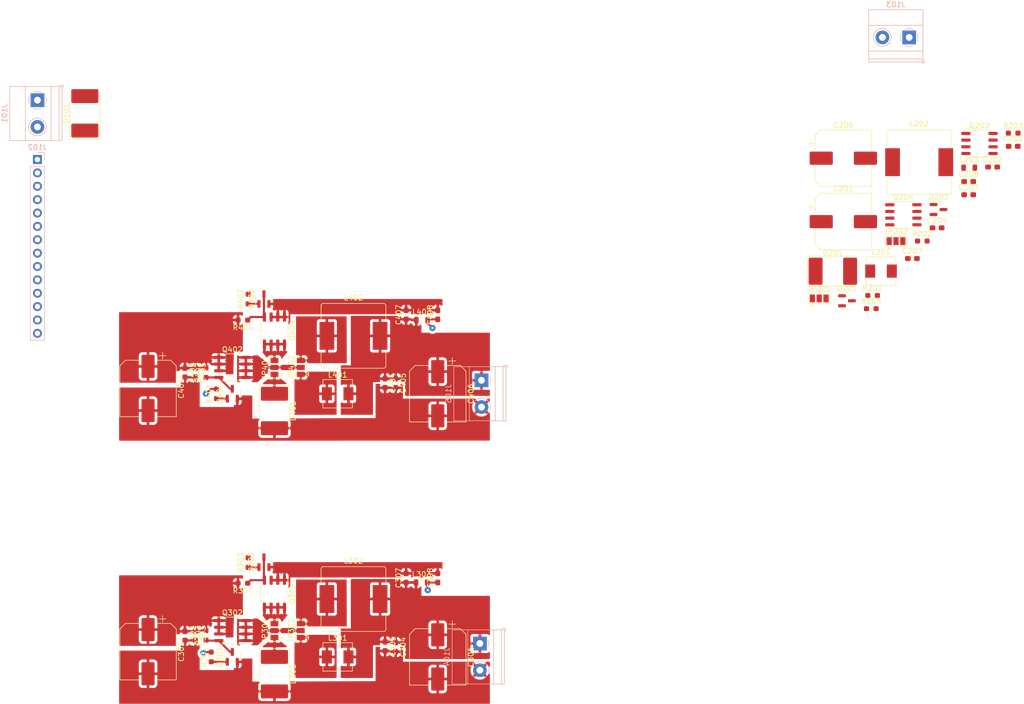
<source format=kicad_pcb>
(kicad_pcb (version 20211014) (generator pcbnew)
  (layers (0 "F.Cu" signal) (31 "B.Cu" signal) (34 "B.Paste" user) (35 "F.Paste" user) (36 "B.SilkS" user "B.Silkscreen") (37 "F.SilkS" user "F.Silkscreen") (38 "B.Mask" user) (39 "F.Mask" user) (44 "Edge.Cuts" user))
  (net 0 "")
  (net 1 "+5V")
  (net 2 "GND")
  (net 3 "/buck0_out")
  (net 4 "/buck0_fb")
  (net 5 "/buck1_out")
  (net 6 "/buck1_fb")
  (net 7 "/buck2_out")
  (net 8 "/buck2_fb")
  (net 9 "/sync_buck/vsw_d")
  (net 10 "/sync_buck1/vsw_d")
  (net 11 "/sync_buck2/vsw_d")
  (net 12 "/buck0_sw0")
  (net 13 "/buck0_sw1")
  (net 14 "/buck1_sw0")
  (net 15 "/buck1_sw1")
  (net 16 "/buck2_sw0")
  (net 17 "/buck2_sw1")
  (net 20 "/sync_buck/vsw_fet")
  (net 21 "/sync_buck/vsw")
  (net 22 "/sync_buck/vsw_lbig")
  (net 23 "/sync_buck/vsw_lsmall")
  (net 24 "/sync_buck1/vsw_fet")
  (net 25 "/sync_buck1/vsw")
  (net 26 "/sync_buck1/vsw_lbig")
  (net 27 "/sync_buck1/vsw_lsmall")
  (net 28 "/sync_buck2/vsw_fet")
  (net 29 "/sync_buck2/vsw")
  (net 30 "/sync_buck2/vsw_lbig")
  (net 31 "/sync_buck2/vsw_lsmall")
  (net 32 "/sync_buck/swr0")
  (net 33 "/sync_buck/sw1_gate")
  (net 34 "/sync_buck/swr1")
  (net 35 "/sync_buck1/swr0")
  (net 36 "/sync_buck1/sw1_gate")
  (net 37 "/sync_buck1/swr1")
  (net 38 "/sync_buck2/swr0")
  (net 39 "/sync_buck2/sw1_gate")
  (net 40 "/sync_buck2/swr1")
  (net 41 "/sync_buck/sw0_gate")
  (net 42 "/sync_buck1/sw0_gate")
  (net 43 "/sync_buck2/sw0_gate")
  (footprint "Package_TO_SOT_SMD:SOT-23" (layer "F.Cu") (at 118 67 90)
    (fp_text reference "Q403" (at 0 -2.4 90) (layer "F.SilkS"))
    (fp_text value "KST5551MTF")
    (pad "1" smd roundrect locked (at -0.9375 -0.95 90) (size 1.475 0.6) (layers "F.Cu" "F.Paste" "F.Mask") (net 40 "/sync_buck2/swr1"))
    (pad "2" smd roundrect locked (at -0.9375 0.95 90) (size 1.475 0.6) (layers "F.Cu" "F.Paste" "F.Mask") (net 2 "GND"))
    (pad "3" smd roundrect locked (at 0.9375 0 90) (size 1.475 0.6) (layers "F.Cu" "F.Paste" "F.Mask") (net 39 "/sync_buck2/sw1_gate"))
  )
  (footprint "Capacitor_SMD:C_0603_1608Metric_Pad1.08x0.95mm_HandSolder" (layer "F.Cu") (at 103 131 -90)
    (fp_text reference "C302" (at 0 -1.43 90) (layer "F.SilkS"))
    (fp_text value "22u")
    (pad "1" smd roundrect locked (at -0.8625 0 270) (size 1.075 0.95) (layers "F.Cu" "F.Paste" "F.Mask") (net 1 "+5V"))
    (pad "2" smd roundrect locked (at 0.8625 0 270) (size 1.075 0.95) (layers "F.Cu" "F.Paste" "F.Mask") (net 2 "GND"))
  )
  (footprint "Inductor_SMD:L_0805_2012Metric" (layer "F.Cu") (at 147.9375 120.8625)
    (fp_text reference "L303" (at 0 -1.55) (layer "F.SilkS"))
    (fp_text value "10u")
    (pad "1" smd roundrect locked (at -1.0625 0) (size 0.875 1.2) (layers "F.Cu" "F.Paste" "F.Mask") (net 5 "/buck1_out"))
    (pad "2" smd roundrect locked (at 1.0625 0) (size 0.875 1.2) (layers "F.Cu" "F.Paste" "F.Mask") (net 6 "/buck1_fb"))
  )
  (footprint "Resistor_SMD:R_0603_1608Metric_Pad0.98x0.95mm_HandSolder" (layer "F.Cu") (at 115 67 90)
    (fp_text reference "R402" (at 0 -1.43 90) (layer "F.SilkS"))
    (fp_text value "1k")
    (pad "1" smd roundrect locked (at -0.9125 0 90) (size 0.975 0.95) (layers "F.Cu" "F.Paste" "F.Mask") (net 40 "/sync_buck2/swr1"))
    (pad "2" smd roundrect locked (at 0.9125 0 90) (size 0.975 0.95) (layers "F.Cu" "F.Paste" "F.Mask") (net 17 "/buck2_sw1"))
  )
  (footprint "Capacitor_SMD:C_0603_1608Metric_Pad1.08x0.95mm_HandSolder" (layer "F.Cu") (at 143 83 -90)
    (fp_text reference "C405" (at 0 -1.43 90) (layer "F.SilkS"))
    (fp_text value "22u")
    (pad "1" smd roundrect locked (at -0.8625 0 270) (size 1.075 0.95) (layers "F.Cu" "F.Paste" "F.Mask") (net 7 "/buck2_out"))
    (pad "2" smd roundrect locked (at 0.8625 0 270) (size 1.075 0.95) (layers "F.Cu" "F.Paste" "F.Mask") (net 2 "GND"))
  )
  (footprint "Capacitor_SMD:C_0603_1608Metric_Pad1.08x0.95mm_HandSolder" (layer "F.Cu") (at 145 120 90)
    (fp_text reference "C307" (at 0 -1.43 90) (layer "F.SilkS"))
    (fp_text value "1u")
    (pad "1" smd roundrect locked (at -0.8625 0 90) (size 1.075 0.95) (layers "F.Cu" "F.Paste" "F.Mask") (net 5 "/buck1_out"))
    (pad "2" smd roundrect locked (at 0.8625 0 90) (size 1.075 0.95) (layers "F.Cu" "F.Paste" "F.Mask") (net 2 "GND"))
  )
  (footprint "Capacitor_SMD:CP_Elec_10x10.5" (layer "F.Cu") (at 96 134 -90)
    (fp_text reference "C301" (at 0 -6.3 90) (layer "F.SilkS"))
    (fp_text value "470u")
    (pad "1" smd roundrect locked (at -4.2 0 270) (size 4.4 2.5) (layers "F.Cu" "F.Paste" "F.Mask") (roundrect_rratio 0.1) (net 1 "+5V"))
    (pad "2" smd roundrect locked (at 4.2 0 270) (size 4.4 2.5) (layers "F.Cu" "F.Paste" "F.Mask") (roundrect_rratio 0.1) (net 2 "GND"))
  )
  (footprint "Inductor_SMD:L_Sunlord_MWSA0518_5.4x5.2mm" (layer "F.Cu") (at 235.16 61.7)
    (fp_text reference "L201" (at 0 -3.6) (layer "F.SilkS"))
    (fp_text value "1u5")
    (pad "1" smd rect locked (at -2.05 0) (size 1.9 2.5) (layers "F.Cu" "F.Paste" "F.Mask") (net 23 "/sync_buck/vsw_lsmall"))
    (pad "2" smd rect locked (at 2.05 0) (size 1.9 2.5) (layers "F.Cu" "F.Paste" "F.Mask") (net 3 "/buck0_out"))
  )
  (footprint "Resistor_SMD:R_0603_1608Metric_Pad0.98x0.95mm_HandSolder" (layer "F.Cu") (at 109 85 90)
    (fp_text reference "R401" (at 0 -1.43 90) (layer "F.SilkS"))
    (fp_text value "1k")
    (pad "1" smd roundrect locked (at -0.9125 0 90) (size 0.975 0.95) (layers "F.Cu" "F.Paste" "F.Mask") (net 38 "/sync_buck2/swr0"))
    (pad "2" smd roundrect locked (at 0.9125 0 90) (size 0.975 0.95) (layers "F.Cu" "F.Paste" "F.Mask") (net 16 "/buck2_sw0"))
  )
  (footprint "Package_TO_SOT_SMD:SOT-23" (layer "F.Cu") (at 112 135 90)
    (fp_text reference "Q301" (at 0 -2.4 90) (layer "F.SilkS"))
    (fp_text value "KST5551MTF")
    (pad "1" smd roundrect locked (at -0.9375 -0.95 90) (size 1.475 0.6) (layers "F.Cu" "F.Paste" "F.Mask") (net 35 "/sync_buck1/swr0"))
    (pad "2" smd roundrect locked (at -0.9375 0.95 90) (size 1.475 0.6) (layers "F.Cu" "F.Paste" "F.Mask") (net 2 "GND"))
    (pad "3" smd roundrect locked (at 0.9375 0 90) (size 1.475 0.6) (layers "F.Cu" "F.Paste" "F.Mask") (net 42 "/sync_buck1/sw0_gate"))
  )
  (footprint "Capacitor_SMD:C_0603_1608Metric_Pad1.08x0.95mm_HandSolder" (layer "F.Cu") (at 260.25 37.99)
    (fp_text reference "C205" (at 0 -1.43) (layer "F.SilkS"))
    (fp_text value "22u")
    (pad "1" smd roundrect locked (at -0.8625 0) (size 1.075 0.95) (layers "F.Cu" "F.Paste" "F.Mask") (net 3 "/buck0_out"))
    (pad "2" smd roundrect locked (at 0.8625 0) (size 1.075 0.95) (layers "F.Cu" "F.Paste" "F.Mask") (net 2 "GND"))
  )
  (footprint "Resistor_SMD:R_0603_1608Metric_Pad0.98x0.95mm_HandSolder" (layer "F.Cu") (at 114 71 180)
    (fp_text reference "R404" (at 0 -1.43) (layer "F.SilkS"))
    (fp_text value "10")
    (pad "1" smd roundrect locked (at -0.9125 0 180) (size 0.975 0.95) (layers "F.Cu" "F.Paste" "F.Mask") (net 39 "/sync_buck2/sw1_gate"))
    (pad "2" smd roundrect locked (at 0.9125 0 180) (size 0.975 0.95) (layers "F.Cu" "F.Paste" "F.Mask") (net 1 "+5V"))
  )
  (footprint "Jumper:SolderJumper-3_P1.3mm_Open_Pad1.0x1.5mm" (layer "F.Cu") (at 120 130 90)
    (fp_text reference "JP301" (at 0 -1.8 90) (layer "F.SilkS"))
    (fp_text value "SolderJumper_3_Open")
    (pad "1" smd rect locked (at -1.3 0 90) (size 1 1.5) (layers "F.Cu" "F.Mask") (net 10 "/sync_buck1/vsw_d"))
    (pad "2" smd rect locked (at 0 0 90) (size 1 1.5) (layers "F.Cu" "F.Mask") (net 25 "/sync_buck1/vsw"))
    (pad "3" smd rect locked (at 1.3 0 90) (size 1 1.5) (layers "F.Cu" "F.Mask") (net 24 "/sync_buck1/vsw_fet"))
  )
  (footprint "Capacitor_SMD:CP_Elec_10x10.5" (layer "F.Cu") (at 228.005 40.25)
    (fp_text reference "C206" (at 0 -6.3) (layer "F.SilkS"))
    (fp_text value "470u")
    (pad "1" smd roundrect locked (at -4.2 0) (size 4.4 2.5) (layers "F.Cu" "F.Paste" "F.Mask") (roundrect_rratio 0.1) (net 3 "/buck0_out"))
    (pad "2" smd roundrect locked (at 4.2 0) (size 4.4 2.5) (layers "F.Cu" "F.Paste" "F.Mask") (roundrect_rratio 0.1) (net 2 "GND"))
  )
  (footprint "Package_TO_SOT_SMD:SOT-23" (layer "F.Cu") (at 118 117 90)
    (fp_text reference "Q303" (at 0 -2.4 90) (layer "F.SilkS"))
    (fp_text value "KST5551MTF")
    (pad "1" smd roundrect locked (at -0.9375 -0.95 90) (size 1.475 0.6) (layers "F.Cu" "F.Paste" "F.Mask") (net 37 "/sync_buck1/swr1"))
    (pad "2" smd roundrect locked (at -0.9375 0.95 90) (size 1.475 0.6) (layers "F.Cu" "F.Paste" "F.Mask") (net 2 "GND"))
    (pad "3" smd roundrect locked (at 0.9375 0 90) (size 1.475 0.6) (layers "F.Cu" "F.Paste" "F.Mask") (net 36 "/sync_buck1/sw1_gate"))
  )
  (footprint "Resistor_SMD:R_0603_1608Metric_Pad0.98x0.95mm_HandSolder" (layer "F.Cu") (at 107 81 90)
    (fp_text reference "R403" (at 0 -1.43 90) (layer "F.SilkS"))
    (fp_text value "10")
    (pad "1" smd roundrect locked (at -0.9125 0 90) (size 0.975 0.95) (layers "F.Cu" "F.Paste" "F.Mask") (net 43 "/sync_buck2/sw0_gate"))
    (pad "2" smd roundrect locked (at 0.9125 0 90) (size 0.975 0.95) (layers "F.Cu" "F.Paste" "F.Mask") (net 1 "+5V"))
  )
  (footprint "Jumper:SolderJumper-3_P1.3mm_Open_Pad1.0x1.5mm" (layer "F.Cu") (at 120 80 90)
    (fp_text reference "JP401" (at 0 -1.8 90) (layer "F.SilkS"))
    (fp_text value "SolderJumper_3_Open")
    (pad "1" smd rect locked (at -1.3 0 90) (size 1 1.5) (layers "F.Cu" "F.Mask") (net 11 "/sync_buck2/vsw_d"))
    (pad "2" smd rect locked (at 0 0 90) (size 1 1.5) (layers "F.Cu" "F.Mask") (net 29 "/sync_buck2/vsw"))
    (pad "3" smd rect locked (at 1.3 0 90) (size 1 1.5) (layers "F.Cu" "F.Mask") (net 28 "/sync_buck2/vsw_fet"))
  )
  (footprint "Package_SO:SO-8_3.9x4.9mm_P1.27mm" (layer "F.Cu") (at 120 73 -90)
    (fp_text reference "Q404" (at 0 -3.4 90) (layer "F.SilkS"))
    (fp_text value "FSD4435")
    (pad "1" smd roundrect locked (at -2.575 -1.905 270) (size 1.75 0.6) (layers "F.Cu" "F.Paste" "F.Mask") (net 2 "GND"))
    (pad "2" smd roundrect locked (at -2.575 -0.635 270) (size 1.75 0.6) (layers "F.Cu" "F.Paste" "F.Mask") (net 2 "GND"))
    (pad "3" smd roundrect locked (at -2.575 0.635 270) (size 1.75 0.6) (layers "F.Cu" "F.Paste" "F.Mask") (net 2 "GND"))
    (pad "4" smd roundrect locked (at -2.575 1.905 270) (size 1.75 0.6) (layers "F.Cu" "F.Paste" "F.Mask") (net 39 "/sync_buck2/sw1_gate"))
    (pad "5" smd roundrect locked (at 2.575 1.905 270) (size 1.75 0.6) (layers "F.Cu" "F.Paste" "F.Mask") (net 28 "/sync_buck2/vsw_fet"))
    (pad "6" smd roundrect locked (at 2.575 0.635 270) (size 1.75 0.6) (layers "F.Cu" "F.Paste" "F.Mask") (net 28 "/sync_buck2/vsw_fet"))
    (pad "7" smd roundrect locked (at 2.575 -0.635 270) (size 1.75 0.6) (layers "F.Cu" "F.Paste" "F.Mask") (net 28 "/sync_buck2/vsw_fet"))
    (pad "8" smd roundrect locked (at 2.575 -1.905 270) (size 1.75 0.6) (layers "F.Cu" "F.Paste" "F.Mask") (net 28 "/sync_buck2/vsw_fet"))
  )
  (footprint "Jumper:SolderJumper-3_P1.3mm_Open_Pad1.0x1.5mm" (layer "F.Cu") (at 125 130 90)
    (fp_text reference "JP302" (at 0 -1.8 90) (layer "F.SilkS"))
    (fp_text value "SolderJumper_3_Open")
    (pad "1" smd rect locked (at -1.3 0 90) (size 1 1.5) (layers "F.Cu" "F.Mask") (net 27 "/sync_buck1/vsw_lsmall"))
    (pad "2" smd rect locked (at 0 0 90) (size 1 1.5) (layers "F.Cu" "F.Mask") (net 25 "/sync_buck1/vsw"))
    (pad "3" smd rect locked (at 1.3 0 90) (size 1 1.5) (layers "F.Cu" "F.Mask") (net 26 "/sync_buck1/vsw_lbig"))
  )
  (footprint "Package_SO:SO-8_3.9x4.9mm_P1.27mm" (layer "F.Cu") (at 120 123 -90)
    (fp_text reference "Q304" (at 0 -3.4 90) (layer "F.SilkS"))
    (fp_text value "FSD4435")
    (pad "1" smd roundrect locked (at -2.575 -1.905 270) (size 1.75 0.6) (layers "F.Cu" "F.Paste" "F.Mask") (net 2 "GND"))
    (pad "2" smd roundrect locked (at -2.575 -0.635 270) (size 1.75 0.6) (layers "F.Cu" "F.Paste" "F.Mask") (net 2 "GND"))
    (pad "3" smd roundrect locked (at -2.575 0.635 270) (size 1.75 0.6) (layers "F.Cu" "F.Paste" "F.Mask") (net 2 "GND"))
    (pad "4" smd roundrect locked (at -2.575 1.905 270) (size 1.75 0.6) (layers "F.Cu" "F.Paste" "F.Mask") (net 36 "/sync_buck1/sw1_gate"))
    (pad "5" smd roundrect locked (at 2.575 1.905 270) (size 1.75 0.6) (layers "F.Cu" "F.Paste" "F.Mask") (net 24 "/sync_buck1/vsw_fet"))
    (pad "6" smd roundrect locked (at 2.575 0.635 270) (size 1.75 0.6) (layers "F.Cu" "F.Paste" "F.Mask") (net 24 "/sync_buck1/vsw_fet"))
    (pad "7" smd roundrect locked (at 2.575 -0.635 270) (size 1.75 0.6) (layers "F.Cu" "F.Paste" "F.Mask") (net 24 "/sync_buck1/vsw_fet"))
    (pad "8" smd roundrect locked (at 2.575 -1.905 270) (size 1.75 0.6) (layers "F.Cu" "F.Paste" "F.Mask") (net 24 "/sync_buck1/vsw_fet"))
  )
  (footprint "Capacitor_SMD:C_0603_1608Metric_Pad1.08x0.95mm_HandSolder" (layer "F.Cu") (at 141 83 -90)
    (fp_text reference "C404" (at 0 -1.43 90) (layer "F.SilkS"))
    (fp_text value "22u")
    (pad "1" smd roundrect locked (at -0.8625 0 270) (size 1.075 0.95) (layers "F.Cu" "F.Paste" "F.Mask") (net 7 "/buck2_out"))
    (pad "2" smd roundrect locked (at 0.8625 0 270) (size 1.075 0.95) (layers "F.Cu" "F.Paste" "F.Mask") (net 2 "GND"))
  )
  (footprint "Resistor_SMD:R_0603_1608Metric_Pad0.98x0.95mm_HandSolder" (layer "F.Cu") (at 114 121 180)
    (fp_text reference "R304" (at 0 -1.43) (layer "F.SilkS"))
    (fp_text value "10")
    (pad "1" smd roundrect locked (at -0.9125 0 180) (size 0.975 0.95) (layers "F.Cu" "F.Paste" "F.Mask") (net 36 "/sync_buck1/sw1_gate"))
    (pad "2" smd roundrect locked (at 0.9125 0 180) (size 0.975 0.95) (layers "F.Cu" "F.Paste" "F.Mask") (net 1 "+5V"))
  )
  (footprint "Inductor_SMD:L_0805_2012Metric" (layer "F.Cu") (at 251.9 42.05)
    (fp_text reference "L203" (at 0 -1.55) (layer "F.SilkS"))
    (fp_text value "10u")
    (pad "1" smd roundrect locked (at -1.0625 0) (size 0.875 1.2) (layers "F.Cu" "F.Paste" "F.Mask") (net 3 "/buck0_out"))
    (pad "2" smd roundrect locked (at 1.0625 0) (size 0.875 1.2) (layers "F.Cu" "F.Paste" "F.Mask") (net 4 "/buck0_fb"))
  )
  (footprint "Resistor_SMD:R_0603_1608Metric_Pad0.98x0.95mm_HandSolder" (layer "F.Cu") (at 260.25 35.48)
    (fp_text reference "R203" (at 0 -1.43) (layer "F.SilkS"))
    (fp_text value "10")
    (pad "1" smd roundrect locked (at -0.9125 0) (size 0.975 0.95) (layers "F.Cu" "F.Paste" "F.Mask") (net 41 "/sync_buck/sw0_gate"))
    (pad "2" smd roundrect locked (at 0.9125 0) (size 0.975 0.95) (layers "F.Cu" "F.Paste" "F.Mask") (net 1 "+5V"))
  )
  (footprint "Package_SO:SO-8_3.9x4.9mm_P1.27mm" (layer "F.Cu") (at 112 130)
    (fp_text reference "Q302" (at 0 -3.4) (layer "F.SilkS"))
    (fp_text value "FSD4435")
    (pad "1" smd roundrect locked (at -2.575 -1.905) (size 1.75 0.6) (layers "F.Cu" "F.Paste" "F.Mask") (net 1 "+5V"))
    (pad "2" smd roundrect locked (at -2.575 -0.635) (size 1.75 0.6) (layers "F.Cu" "F.Paste" "F.Mask") (net 1 "+5V"))
    (pad "3" smd roundrect locked (at -2.575 0.635) (size 1.75 0.6) (layers "F.Cu" "F.Paste" "F.Mask") (net 1 "+5V"))
    (pad "4" smd roundrect locked (at -2.575 1.905) (size 1.75 0.6) (layers "F.Cu" "F.Paste" "F.Mask") (net 42 "/sync_buck1/sw0_gate"))
    (pad "5" smd roundrect locked (at 2.575 1.905) (size 1.75 0.6) (layers "F.Cu" "F.Paste" "F.Mask") (net 25 "/sync_buck1/vsw"))
    (pad "6" smd roundrect locked (at 2.575 0.635) (size 1.75 0.6) (layers "F.Cu" "F.Paste" "F.Mask") (net 25 "/sync_buck1/vsw"))
    (pad "7" smd roundrect locked (at 2.575 -0.635) (size 1.75 0.6) (layers "F.Cu" "F.Paste" "F.Mask") (net 25 "/sync_buck1/vsw"))
    (pad "8" smd roundrect locked (at 2.575 -1.905) (size 1.75 0.6) (layers "F.Cu" "F.Paste" "F.Mask") (net 25 "/sync_buck1/vsw"))
  )
  (footprint "Diode_SMD:D_3220_8050Metric_Pad2.65x5.15mm_HandSolder" (layer "F.Cu") (at 120 138.275 -90)
    (fp_text reference "D301" (at 0 -3.52 90) (layer "F.SilkS"))
    (fp_text value "PJON GGE")
    (pad "1" smd roundrect locked (at -3.275 0 270) (size 2.65 5.15) (layers "F.Cu" "F.Paste" "F.Mask") (roundrect_rratio 0.09434) (net 10 "/sync_buck1/vsw_d"))
    (pad "2" smd roundrect locked (at 3.275 0 270) (size 2.65 5.15) (layers "F.Cu" "F.Paste" "F.Mask") (roundrect_rratio 0.09434) (net 2 "GND"))
  )
  (footprint "Inductor_SMD:L_Bourns_SRR1210A" (layer "F.Cu") (at 135 124)
    (fp_text reference "L302" (at 0 -7.25) (layer "F.SilkS"))
    (fp_text value "10u")
    (pad "1" smd rect locked (at -5.05 0) (size 2.8 5.3) (layers "F.Cu" "F.Paste" "F.Mask") (net 26 "/sync_buck1/vsw_lbig"))
    (pad "2" smd rect locked (at 5.05 0) (size 2.8 5.3) (layers "F.Cu" "F.Paste" "F.Mask") (net 5 "/buck1_out"))
  )
  (footprint "Capacitor_SMD:C_0603_1608Metric_Pad1.08x0.95mm_HandSolder" (layer "F.Cu") (at 245.8 53.48)
    (fp_text reference "C204" (at 0 -1.43) (layer "F.SilkS"))
    (fp_text value "22u")
    (pad "1" smd roundrect locked (at -0.8625 0) (size 1.075 0.95) (layers "F.Cu" "F.Paste" "F.Mask") (net 3 "/buck0_out"))
    (pad "2" smd roundrect locked (at 0.8625 0) (size 1.075 0.95) (layers "F.Cu" "F.Paste" "F.Mask") (net 2 "GND"))
  )
  (footprint "Capacitor_SMD:C_0603_1608Metric_Pad1.08x0.95mm_HandSolder" (layer "F.Cu") (at 251.8 47.19)
    (fp_text reference "C203" (at 0 -1.43) (layer "F.SilkS"))
    (fp_text value "22u")
    (pad "1" smd roundrect locked (at -0.8625 0) (size 1.075 0.95) (layers "F.Cu" "F.Paste" "F.Mask") (net 1 "+5V"))
    (pad "2" smd roundrect locked (at 0.8625 0) (size 1.075 0.95) (layers "F.Cu" "F.Paste" "F.Mask") (net 2 "GND"))
  )
  (footprint "Jumper:SolderJumper-3_P1.3mm_Open_Pad1.0x1.5mm" (layer "F.Cu") (at 238 56)
    (fp_text reference "JP202" (at 0 -1.8) (layer "F.SilkS"))
    (fp_text value "SolderJumper_3_Open")
    (pad "1" smd rect locked (at -1.3 0) (size 1 1.5) (layers "F.Cu" "F.Mask") (net 23 "/sync_buck/vsw_lsmall"))
    (pad "2" smd rect locked (at 0 0) (size 1 1.5) (layers "F.Cu" "F.Mask") (net 21 "/sync_buck/vsw"))
    (pad "3" smd rect locked (at 1.3 0) (size 1 1.5) (layers "F.Cu" "F.Mask") (net 22 "/sync_buck/vsw_lbig"))
  )
  (footprint "Package_SO:SO-8_3.9x4.9mm_P1.27mm" (layer "F.Cu") (at 112 80)
    (fp_text reference "Q402" (at 0 -3.4) (layer "F.SilkS"))
    (fp_text value "FSD4435")
    (pad "1" smd roundrect locked (at -2.575 -1.905) (size 1.75 0.6) (layers "F.Cu" "F.Paste" "F.Mask") (net 1 "+5V"))
    (pad "2" smd roundrect locked (at -2.575 -0.635) (size 1.75 0.6) (layers "F.Cu" "F.Paste" "F.Mask") (net 1 "+5V"))
    (pad "3" smd roundrect locked (at -2.575 0.635) (size 1.75 0.6) (layers "F.Cu" "F.Paste" "F.Mask") (net 1 "+5V"))
    (pad "4" smd roundrect locked (at -2.575 1.905) (size 1.75 0.6) (layers "F.Cu" "F.Paste" "F.Mask") (net 43 "/sync_buck2/sw0_gate"))
    (pad "5" smd roundrect locked (at 2.575 1.905) (size 1.75 0.6) (layers "F.Cu" "F.Paste" "F.Mask") (net 29 "/sync_buck2/vsw"))
    (pad "6" smd roundrect locked (at 2.575 0.635) (size 1.75 0.6) (layers "F.Cu" "F.Paste" "F.Mask") (net 29 "/sync_buck2/vsw"))
    (pad "7" smd roundrect locked (at 2.575 -0.635) (size 1.75 0.6) (layers "F.Cu" "F.Paste" "F.Mask") (net 29 "/sync_buck2/vsw"))
    (pad "8" smd roundrect locked (at 2.575 -1.905) (size 1.75 0.6) (layers "F.Cu" "F.Paste" "F.Mask") (net 29 "/sync_buck2/vsw"))
  )
  (footprint "Jumper:SolderJumper-3_P1.3mm_Open_Pad1.0x1.5mm" (layer "F.Cu") (at 125 80 90)
    (fp_text reference "JP402" (at 0 -1.8 90) (layer "F.SilkS"))
    (fp_text value "SolderJumper_3_Open")
    (pad "1" smd rect locked (at -1.3 0 90) (size 1 1.5) (layers "F.Cu" "F.Mask") (net 31 "/sync_buck2/vsw_lsmall"))
    (pad "2" smd rect locked (at 0 0 90) (size 1 1.5) (layers "F.Cu" "F.Mask") (net 29 "/sync_buck2/vsw"))
    (pad "3" smd rect locked (at 1.3 0 90) (size 1 1.5) (layers "F.Cu" "F.Mask") (net 30 "/sync_buck2/vsw_lbig"))
  )
  (footprint "Capacitor_SMD:C_0603_1608Metric_Pad1.08x0.95mm_HandSolder" (layer "F.Cu") (at 143 133.1375 -90)
    (fp_text reference "C304" (at 0 -1.43 90) (layer "F.SilkS"))
    (fp_text value "22u")
    (pad "1" smd roundrect locked (at -0.8625 0 270) (size 1.075 0.95) (layers "F.Cu" "F.Paste" "F.Mask") (net 5 "/buck1_out"))
    (pad "2" smd roundrect locked (at 0.8625 0 270) (size 1.075 0.95) (layers "F.Cu" "F.Paste" "F.Mask") (net 2 "GND"))
  )
  (footprint "Inductor_SMD:L_0805_2012Metric" (layer "F.Cu") (at 148 71)
    (fp_text reference "L403" (at 0 -1.55) (layer "F.SilkS"))
    (fp_text value "10u")
    (pad "1" smd roundrect locked (at -1.0625 0) (size 0.875 1.2) (layers "F.Cu" "F.Paste" "F.Mask") (net 7 "/buck2_out"))
    (pad "2" smd roundrect locked (at 1.0625 0) (size 0.875 1.2) (layers "F.Cu" "F.Paste" "F.Mask") (net 8 "/buck2_fb"))
  )
  (footprint "Resistor_SMD:R_0603_1608Metric_Pad0.98x0.95mm_HandSolder" (layer "F.Cu") (at 107 130.9125 90)
    (fp_text reference "R303" (at 0 -1.43 90) (layer "F.SilkS"))
    (fp_text value "10")
    (pad "1" smd roundrect locked (at -0.9125 0 90) (size 0.975 0.95) (layers "F.Cu" "F.Paste" "F.Mask") (net 42 "/sync_buck1/sw0_gate"))
    (pad "2" smd roundrect locked (at 0.9125 0 90) (size 0.975 0.95) (layers "F.Cu" "F.Paste" "F.Mask") (net 1 "+5V"))
  )
  (footprint "Package_TO_SOT_SMD:SOT-23" (layer "F.Cu") (at 112 85 90)
    (fp_text reference "Q401" (at 0 -2.4 90) (layer "F.SilkS"))
    (fp_text value "KST5551MTF")
    (pad "1" smd roundrect locked (at -0.9375 -0.95 90) (size 1.475 0.6) (layers "F.Cu" "F.Paste" "F.Mask") (net 38 "/sync_buck2/swr0"))
    (pad "2" smd roundrect locked (at -0.9375 0.95 90) (size 1.475 0.6) (layers "F.Cu" "F.Paste" "F.Mask") (net 2 "GND"))
    (pad "3" smd roundrect locked (at 0.9375 0 90) (size 1.475 0.6) (layers "F.Cu" "F.Paste" "F.Mask") (net 43 "/sync_buck2/sw0_gate"))
  )
  (footprint "Package_SO:SO-8_3.9x4.9mm_P1.27mm" (layer "F.Cu") (at 253.85 37.45)
    (fp_text reference "Q202" (at 0 -3.4) (layer "F.SilkS"))
    (fp_text value "FSD4435")
    (pad "1" smd roundrect locked (at -2.575 -1.905) (size 1.75 0.6) (layers "F.Cu" "F.Paste" "F.Mask") (net 1 "+5V"))
    (pad "2" smd roundrect locked (at -2.575 -0.635) (size 1.75 0.6) (layers "F.Cu" "F.Paste" "F.Mask") (net 1 "+5V"))
    (pad "3" smd roundrect locked (at -2.575 0.635) (size 1.75 0.6) (layers "F.Cu" "F.Paste" "F.Mask") (net 1 "+5V"))
    (pad "4" smd roundrect locked (at -2.575 1.905) (size 1.75 0.6) (layers "F.Cu" "F.Paste" "F.Mask") (net 41 "/sync_buck/sw0_gate"))
    (pad "5" smd roundrect locked (at 2.575 1.905) (size 1.75 0.6) (layers "F.Cu" "F.Paste" "F.Mask") (net 21 "/sync_buck/vsw"))
    (pad "6" smd roundrect locked (at 2.575 0.635) (size 1.75 0.6) (layers "F.Cu" "F.Paste" "F.Mask") (net 21 "/sync_buck/vsw"))
    (pad "7" smd roundrect locked (at 2.575 -0.635) (size 1.75 0.6) (layers "F.Cu" "F.Paste" "F.Mask") (net 21 "/sync_buck/vsw"))
    (pad "8" smd roundrect locked (at 2.575 -1.905) (size 1.75 0.6) (layers "F.Cu" "F.Paste" "F.Mask") (net 21 "/sync_buck/vsw"))
  )
  (footprint "Inductor_SMD:L_Bourns_SRR1210A" (layer "F.Cu") (at 242.4 41)
    (fp_text reference "L202" (at 0 -7.25) (layer "F.SilkS"))
    (fp_text value "10u")
    (pad "1" smd rect locked (at -5.05 0) (size 2.8 5.3) (layers "F.Cu" "F.Paste" "F.Mask") (net 22 "/sync_buck/vsw_lbig"))
    (pad "2" smd rect locked (at 5.05 0) (size 2.8 5.3) (layers "F.Cu" "F.Paste" "F.Mask") (net 3 "/buck0_out"))
  )
  (footprint "Capacitor_SMD:C_0603_1608Metric_Pad1.08x0.95mm_HandSolder" (layer "F.Cu") (at 151 70 90)
    (fp_text reference "C408" (at 0 -1.43 90) (layer "F.SilkS"))
    (fp_text value "1u")
    (pad "1" smd roundrect locked (at -0.8625 0 90) (size 1.075 0.95) (layers "F.Cu" "F.Paste" "F.Mask") (net 8 "/buck2_fb"))
    (pad "2" smd roundrect locked (at 0.8625 0 90) (size 1.075 0.95) (layers "F.Cu" "F.Paste" "F.Mask") (net 2 "GND"))
  )
  (footprint "Diode_SMD:D_3220_8050Metric_Pad2.65x5.15mm_HandSolder" (layer "F.Cu") (at 120 88.275 -90)
    (fp_text reference "D401" (at 0 -3.52 90) (layer "F.SilkS"))
    (fp_text value "PJON GGE")
    (pad "1" smd roundrect locked (at -3.275 0 270) (size 2.65 5.15) (layers "F.Cu" "F.Paste" "F.Mask") (roundrect_rratio 0.09434) (net 11 "/sync_buck2/vsw_d"))
    (pad "2" smd roundrect locked (at 3.275 0 270) (size 2.65 5.15) (layers "F.Cu" "F.Paste" "F.Mask") (roundrect_rratio 0.09434) (net 2 "GND"))
  )
  (footprint "Capacitor_SMD:C_0603_1608Metric_Pad1.08x0.95mm_HandSolder" (layer "F.Cu") (at 103 81 -90)
    (fp_text reference "C402" (at 0 -1.43 90) (layer "F.SilkS"))
    (fp_text value "22u")
    (pad "1" smd roundrect locked (at -0.8625 0 270) (size 1.075 0.95) (layers "F.Cu" "F.Paste" "F.Mask") (net 1 "+5V"))
    (pad "2" smd roundrect locked (at 0.8625 0 270) (size 1.075 0.95) (layers "F.Cu" "F.Paste" "F.Mask") (net 2 "GND"))
  )
  (footprint "Package_SO:SO-8_3.9x4.9mm_P1.27mm" (layer "F.Cu") (at 239.4 51)
    (fp_text reference "Q204" (at 0 -3.4) (layer "F.SilkS"))
    (fp_text value "FSD4435")
    (pad "1" smd roundrect locked (at -2.575 -1.905) (size 1.75 0.6) (layers "F.Cu" "F.Paste" "F.Mask") (net 2 "GND"))
    (pad "2" smd roundrect locked (at -2.575 -0.635) (size 1.75 0.6) (layers "F.Cu" "F.Paste" "F.Mask") (net 2 "GND"))
    (pad "3" smd roundrect locked (at -2.575 0.635) (size 1.75 0.6) (layers "F.Cu" "F.Paste" "F.Mask") (net 2 "GND"))
    (pad "4" smd roundrect locked (at -2.575 1.905) (size 1.75 0.6) (layers "F.Cu" "F.Paste" "F.Mask") (net 33 "/sync_buck/sw1_gate"))
    (pad "5" smd roundrect locked (at 2.575 1.905) (size 1.75 0.6) (layers "F.Cu" "F.Paste" "F.Mask") (net 20 "/sync_buck/vsw_fet"))
    (pad "6" smd roundrect locked (at 2.575 0.635) (size 1.75 0.6) (layers "F.Cu" "F.Paste" "F.Mask") (net 20 "/sync_buck/vsw_fet"))
    (pad "7" smd roundrect locked (at 2.575 -0.635) (size 1.75 0.6) (layers "F.Cu" "F.Paste" "F.Mask") (net 20 "/sync_buck/vsw_fet"))
    (pad "8" smd roundrect locked (at 2.575 -1.905) (size 1.75 0.6) (layers "F.Cu" "F.Paste" "F.Mask") (net 20 "/sync_buck/vsw_fet"))
  )
  (footprint "Capacitor_SMD:CP_Elec_10x10.5" (layer "F.Cu") (at 96 84 -90)
    (fp_text reference "C401" (at 0 -6.3 90) (layer "F.SilkS"))
    (fp_text value "470u")
    (pad "1" smd roundrect locked (at -4.2 0 270) (size 4.4 2.5) (layers "F.Cu" "F.Paste" "F.Mask") (roundrect_rratio 0.1) (net 1 "+5V"))
    (pad "2" smd roundrect locked (at 4.2 0 270) (size 4.4 2.5) (layers "F.Cu" "F.Paste" "F.Mask") (roundrect_rratio 0.1) (net 2 "GND"))
  )
  (footprint "Capacitor_SMD:C_0603_1608Metric_Pad1.08x0.95mm_HandSolder" (layer "F.Cu") (at 251.8 44.68)
    (fp_text reference "C208" (at 0 -1.43) (layer "F.SilkS"))
    (fp_text value "1u")
    (pad "1" smd roundrect locked (at -0.8625 0) (size 1.075 0.95) (layers "F.Cu" "F.Paste" "F.Mask") (net 4 "/buck0_fb"))
    (pad "2" smd roundrect locked (at 0.8625 0) (size 1.075 0.95) (layers "F.Cu" "F.Paste" "F.Mask") (net 2 "GND"))
  )
  (footprint "Diode_SMD:D_3220_8050Metric_Pad2.65x5.15mm_HandSolder" (layer "F.Cu") (at 84 31.725 90)
    (fp_text reference "D101" (at 0 -3.52 90) (layer "F.SilkS"))
    (fp_text value "PJON GGE")
    (pad "1" smd roundrect locked (at -3.275 0 90) (size 2.65 5.15) (layers "F.Cu" "F.Paste" "F.Mask") (roundrect_rratio 0.09434) (net 1 "+5V"))
    (pad "2" smd roundrect locked (at 3.275 0 90) (size 2.65 5.15) (layers "F.Cu" "F.Paste" "F.Mask") (roundrect_rratio 0.09434) (net 2 "GND"))
  )
  (footprint "Capacitor_SMD:C_0603_1608Metric_Pad1.08x0.95mm_HandSolder" (layer "F.Cu") (at 241.11 59.31)
    (fp_text reference "C207" (at 0 -1.43) (layer "F.SilkS"))
    (fp_text value "1u")
    (pad "1" smd roundrect locked (at -0.8625 0) (size 1.075 0.95) (layers "F.Cu" "F.Paste" "F.Mask") (net 3 "/buck0_out"))
    (pad "2" smd roundrect locked (at 0.8625 0) (size 1.075 0.95) (layers "F.Cu" "F.Paste" "F.Mask") (net 2 "GND"))
  )
  (footprint "Capacitor_SMD:C_0603_1608Metric_Pad1.08x0.95mm_HandSolder" (layer "F.Cu") (at 256.35 41.93)
    (fp_text reference "C202" (at 0 -1.43) (layer "F.SilkS"))
    (fp_text value "22u")
    (pad "1" smd roundrect locked (at -0.8625 0) (size 1.075 0.95) (layers "F.Cu" "F.Paste" "F.Mask") (net 1 "+5V"))
    (pad "2" smd roundrect locked (at 0.8625 0) (size 1.075 0.95) (layers "F.Cu" "F.Paste" "F.Mask") (net 2 "GND"))
  )
  (footprint "Capacitor_SMD:C_0603_1608Metric_Pad1.08x0.95mm_HandSolder" (layer "F.Cu") (at 105 131 -90)
    (fp_text reference "C303" (at 0 -1.43 90) (layer "F.SilkS"))
    (fp_text value "22u")
    (pad "1" smd roundrect locked (at -0.8625 0 270) (size 1.075 0.95) (layers "F.Cu" "F.Paste" "F.Mask") (net 1 "+5V"))
    (pad "2" smd roundrect locked (at 0.8625 0 270) (size 1.075 0.95) (layers "F.Cu" "F.Paste" "F.Mask") (net 2 "GND"))
  )
  (footprint "Capacitor_SMD:C_0603_1608Metric_Pad1.08x0.95mm_HandSolder" (layer "F.Cu") (at 105 81 -90)
    (fp_text reference "C403" (at 0 -1.43 90) (layer "F.SilkS"))
    (fp_text value "22u")
    (pad "1" smd roundrect locked (at -0.8625 0 270) (size 1.075 0.95) (layers "F.Cu" "F.Paste" "F.Mask") (net 1 "+5V"))
    (pad "2" smd roundrect locked (at 0.8625 0 270) (size 1.075 0.95) (layers "F.Cu" "F.Paste" "F.Mask") (net 2 "GND"))
  )
  (footprint "Capacitor_SMD:CP_Elec_10x10.5" (layer "F.Cu") (at 151 85 -90)
    (fp_text reference "C406" (at 0 -6.3 90) (layer "F.SilkS"))
    (fp_text value "470u")
    (pad "1" smd roundrect locked (at -4.2 0 270) (size 4.4 2.5) (layers "F.Cu" "F.Paste" "F.Mask") (roundrect_rratio 0.1) (net 7 "/buck2_out"))
    (pad "2" smd roundrect locked (at 4.2 0 270) (size 4.4 2.5) (layers "F.Cu" "F.Paste" "F.Mask") (roundrect_rratio 0.1) (net 2 "GND"))
  )
  (footprint "Capacitor_SMD:C_0603_1608Metric_Pad1.08x0.95mm_HandSolder" (layer "F.Cu") (at 145 70 90)
    (fp_text reference "C407" (at 0 -1.43 90) (layer "F.SilkS"))
    (fp_text value "1u")
    (pad "1" smd roundrect locked (at -0.8625 0 90) (size 1.075 0.95) (layers "F.Cu" "F.Paste" "F.Mask") (net 7 "/buck2_out"))
    (pad "2" smd roundrect locked (at 0.8625 0 90) (size 1.075 0.95) (layers "F.Cu" "F.Paste" "F.Mask") (net 2 "GND"))
  )
  (footprint "Resistor_SMD:R_0603_1608Metric_Pad0.98x0.95mm_HandSolder" (layer "F.Cu") (at 233.56 66.33)
    (fp_text reference "R201" (at 0 -1.43) (layer "F.SilkS"))
    (fp_text value "1k")
    (pad "1" smd roundrect locked (at -0.9125 0) (size 0.975 0.95) (layers "F.Cu" "F.Paste" "F.Mask") (net 32 "/sync_buck/swr0"))
    (pad "2" smd roundrect locked (at 0.9125 0) (size 0.975 0.95) (layers "F.Cu" "F.Paste" "F.Mask") (net 12 "/buck0_sw0"))
  )
  (footprint "Inductor_SMD:L_Bourns_SRR1210A" (layer "F.Cu") (at 135 74)
    (fp_text reference "L402" (at 0 -7.25) (layer "F.SilkS"))
    (fp_text value "10u")
    (pad "1" smd rect locked (at -5.05 0) (size 2.8 5.3) (layers "F.Cu" "F.Paste" "F.Mask") (net 30 "/sync_buck2/vsw_lbig"))
    (pad "2" smd rect locked (at 5.05 0) (size 2.8 5.3) (layers "F.Cu" "F.Paste" "F.Mask") (net 7 "/buck2_out"))
  )
  (footprint "Inductor_SMD:L_Sunlord_MWSA0518_5.4x5.2mm" (layer "F.Cu") (at 132 85)
    (fp_text reference "L401" (at 0 -3.6) (layer "F.SilkS"))
    (fp_text value "1u5")
    (pad "1" smd rect locked (at -2.05 0) (size 1.9 2.5) (layers "F.Cu" "F.Paste" "F.Mask") (net 31 "/sync_buck2/vsw_lsmall"))
    (pad "2" smd rect locked (at 2.05 0) (size 1.9 2.5) (layers "F.Cu" "F.Paste" "F.Mask") (net 7 "/buck2_out"))
  )
  (footprint "Inductor_SMD:L_Sunlord_MWSA0518_5.4x5.2mm" (layer "F.Cu") (at 132 135)
    (fp_text reference "L301" (at 0 -3.6) (layer "F.SilkS"))
    (fp_text value "1u5")
    (pad "1" smd rect locked (at -2.05 0) (size 1.9 2.5) (layers "F.Cu" "F.Paste" "F.Mask") (net 27 "/sync_buck1/vsw_lsmall"))
    (pad "2" smd rect locked (at 2.05 0) (size 1.9 2.5) (layers "F.Cu" "F.Paste" "F.Mask") (net 5 "/buck1_out"))
  )
  (footprint "Capacitor_SMD:C_0603_1608Metric_Pad1.08x0.95mm_HandSolder" (layer "F.Cu") (at 151 120 90)
    (fp_text reference "C308" (at 0 -1.43 90) (layer "F.SilkS"))
    (fp_text value "1u")
    (pad "1" smd roundrect locked (at -0.8625 0 90) (size 1.075 0.95) (layers "F.Cu" "F.Paste" "F.Mask") (net 6 "/buck1_fb"))
    (pad "2" smd roundrect locked (at 0.8625 0 90) (size 1.075 0.95) (layers "F.Cu" "F.Paste" "F.Mask") (net 2 "GND"))
  )
  (footprint "Diode_SMD:D_3220_8050Metric_Pad2.65x5.15mm_HandSolder" (layer "F.Cu") (at 226.015 61.72)
    (fp_text reference "D201" (at 0 -3.52) (layer "F.SilkS"))
    (fp_text value "PJON GGE")
    (pad "1" smd roundrect locked (at -3.275 0) (size 2.65 5.15) (layers "F.Cu" "F.Paste" "F.Mask") (roundrect_rratio 0.09434) (net 9 "/sync_buck/vsw_d"))
    (pad "2" smd roundrect locked (at 3.275 0) (size 2.65 5.15) (layers "F.Cu" "F.Paste" "F.Mask") (roundrect_rratio 0.09434) (net 2 "GND"))
  )
  (footprint "Resistor_SMD:R_0603_1608Metric_Pad0.98x0.95mm_HandSolder" (layer "F.Cu") (at 233.31 68.84)
    (fp_text reference "R204" (at 0 -1.43) (layer "F.SilkS"))
    (fp_text value "10")
    (pad "1" smd roundrect locked (at -0.9125 0) (size 0.975 0.95) (layers "F.Cu" "F.Paste" "F.Mask") (net 33 "/sync_buck/sw1_gate"))
    (pad "2" smd roundrect locked (at 0.9125 0) (size 0.975 0.95) (layers "F.Cu" "F.Paste" "F.Mask") (net 1 "+5V"))
  )
  (footprint "Capacitor_SMD:C_0603_1608Metric_Pad1.08x0.95mm_HandSolder" (layer "F.Cu") (at 141 133 -90)
    (fp_text reference "C305" (at 0 -1.43 90) (layer "F.SilkS"))
    (fp_text value "22u")
    (pad "1" smd roundrect locked (at -0.8625 0 270) (size 1.075 0.95) (layers "F.Cu" "F.Paste" "F.Mask") (net 5 "/buck1_out"))
    (pad "2" smd roundrect locked (at 0.8625 0 270) (size 1.075 0.95) (layers "F.Cu" "F.Paste" "F.Mask") (net 2 "GND"))
  )
  (footprint "Package_TO_SOT_SMD:SOT-23" (layer "F.Cu") (at 228.69 67.34)
    (fp_text reference "Q201" (at 0 -2.4) (layer "F.SilkS"))
    (fp_text value "KST5551MTF")
    (pad "1" smd roundrect locked (at -0.9375 -0.95) (size 1.475 0.6) (layers "F.Cu" "F.Paste" "F.Mask") (net 32 "/sync_buck/swr0"))
    (pad "2" smd roundrect locked (at -0.9375 0.95) (size 1.475 0.6) (layers "F.Cu" "F.Paste" "F.Mask") (net 2 "GND"))
    (pad "3" smd roundrect locked (at 0.9375 0) (size 1.475 0.6) (layers "F.Cu" "F.Paste" "F.Mask") (net 41 "/sync_buck/sw0_gate"))
  )
  (footprint "Resistor_SMD:R_0603_1608Metric_Pad0.98x0.95mm_HandSolder" (layer "F.Cu") (at 243 55.99)
    (fp_text reference "R202" (at 0 -1.43) (layer "F.SilkS"))
    (fp_text value "1k")
    (pad "1" smd roundrect locked (at -0.9125 0) (size 0.975 0.95) (layers "F.Cu" "F.Paste" "F.Mask") (net 34 "/sync_buck/swr1"))
    (pad "2" smd roundrect locked (at 0.9125 0) (size 0.975 0.95) (layers "F.Cu" "F.Paste" "F.Mask") (net 13 "/buck0_sw1"))
  )
  (footprint "Jumper:SolderJumper-3_P1.3mm_Open_Pad1.0x1.5mm" (layer "F.Cu") (at 223.42 66.89)
    (fp_text reference "JP201" (at 0 -1.8) (layer "F.SilkS"))
    (fp_text value "SolderJumper_3_Open")
    (pad "1" smd rect locked (at -1.3 0) (size 1 1.5) (layers "F.Cu" "F.Mask") (net 9 "/sync_buck/vsw_d"))
    (pad "2" smd rect locked (at 0 0) (size 1 1.5) (layers "F.Cu" "F.Mask") (net 21 "/sync_buck/vsw"))
    (pad "3" smd rect locked (at 1.3 0) (size 1 1.5) (layers "F.Cu" "F.Mask") (net 20 "/sync_buck/vsw_fet"))
  )
  (footprint "Package_TO_SOT_SMD:SOT-23" (layer "F.Cu") (at 246.07 50)
    (fp_text reference "Q203" (at 0 -2.4) (layer "F.SilkS"))
    (fp_text value "KST5551MTF")
    (pad "1" smd roundrect locked (at -0.9375 -0.95) (size 1.475 0.6) (layers "F.Cu" "F.Paste" "F.Mask") (net 34 "/sync_buck/swr1"))
    (pad "2" smd roundrect locked (at -0.9375 0.95) (size 1.475 0.6) (layers "F.Cu" "F.Paste" "F.Mask") (net 2 "GND"))
    (pad "3" smd roundrect locked (at 0.9375 0) (size 1.475 0.6) (layers "F.Cu" "F.Paste" "F.Mask") (net 33 "/sync_buck/sw1_gate"))
  )
  (footprint "Resistor_SMD:R_0603_1608Metric_Pad0.98x0.95mm_HandSolder" (layer "F.Cu") (at 115 117.0875 90)
    (fp_text reference "R302" (at 0 -1.43 90) (layer "F.SilkS"))
    (fp_text value "1k")
    (pad "1" smd roundrect locked (at -0.9125 0 90) (size 0.975 0.95) (layers "F.Cu" "F.Paste" "F.Mask") (net 37 "/sync_buck1/swr1"))
    (pad "2" smd roundrect locked (at 0.9125 0 90) (size 0.975 0.95) (layers "F.Cu" "F.Paste" "F.Mask") (net 15 "/buck1_sw1"))
  )
  (footprint "Capacitor_SMD:CP_Elec_10x10.5" (layer "F.Cu") (at 151 135 -90)
    (fp_text reference "C306" (at 0 -6.3 90) (layer "F.SilkS"))
    (fp_text value "470u")
    (pad "1" smd roundrect locked (at -4.2 0 270) (size 4.4 2.5) (layers "F.Cu" "F.Paste" "F.Mask") (roundrect_rratio 0.1) (net 5 "/buck1_out"))
    (pad "2" smd roundrect locked (at 4.2 0 270) (size 4.4 2.5) (layers "F.Cu" "F.Paste" "F.Mask") (roundrect_rratio 0.1) (net 2 "GND"))
  )
  (footprint "Capacitor_SMD:CP_Elec_10x10.5" (layer "F.Cu") (at 228.005 52.3)
    (fp_text reference "C201" (at 0 -6.3) (layer "F.SilkS"))
    (fp_text value "470u")
    (pad "1" smd roundrect locked (at -4.2 0) (size 4.4 2.5) (layers "F.Cu" "F.Paste" "F.Mask") (roundrect_rratio 0.1) (net 1 "+5V"))
    (pad "2" smd roundrect locked (at 4.2 0) (size 4.4 2.5) (layers "F.Cu" "F.Paste" "F.Mask") (roundrect_rratio 0.1) (net 2 "GND"))
  )
  (footprint "Resistor_SMD:R_0603_1608Metric_Pad0.98x0.95mm_HandSolder" (layer "F.Cu") (at 108 135 90)
    (fp_text reference "R301" (at 0 -1.43 90) (layer "F.SilkS"))
    (fp_text value "1k")
    (pad "1" smd roundrect locked (at -0.9125 0 90) (size 0.975 0.95) (layers "F.Cu" "F.Paste" "F.Mask") (net 35 "/sync_buck1/swr0"))
    (pad "2" smd roundrect locked (at 0.9125 0 90) (size 0.975 0.95) (layers "F.Cu" "F.Paste" "F.Mask") (net 14 "/buck1_sw0"))
  )
  (footprint "TerminalBlock_Phoenix:TerminalBlock_Phoenix_MKDS-1,5-2-5.08_1x02_P5.08mm_Horizontal" (layer "B.Cu") (at 75 29.225 -90)
    (fp_text reference "J101" (at 2.54 6.26 90) (layer "B.SilkS") (effects (justify mirror)))
    (fp_text value "Conn_01x02")
    (pad "1" thru_hole rect locked (at 0 0 270) (size 2.6 2.6) (drill 1.3) (layers *.Cu *.Mask) (net 2 "GND"))
    (pad "2" thru_hole circle locked (at 5.08 0 270) (size 2.6 2.6) (drill 1.3) (layers *.Cu *.Mask) (net 1 "+5V"))
  )
  (footprint "TerminalBlock_Phoenix:TerminalBlock_Phoenix_MKDS-1,5-2-5.08_1x02_P5.08mm_Horizontal" (layer "B.Cu") (at 240.505 17.3 180)
    (fp_text reference "J103" (at 2.54 6.26) (layer "B.SilkS") (effects (justify mirror)))
    (fp_text value "Conn_01x02")
    (pad "1" thru_hole rect locked (at 0 0 180) (size 2.6 2.6) (drill 1.3) (layers *.Cu *.Mask) (net 3 "/buck0_out"))
    (pad "2" thru_hole circle locked (at 5.08 0 180) (size 2.6 2.6) (drill 1.3) (layers *.Cu *.Mask) (net 2 "GND"))
  )
  (footprint "TerminalBlock_Phoenix:TerminalBlock_Phoenix_MKDS-1,5-2-5.08_1x02_P5.08mm_Horizontal" (layer "B.Cu") (at 159 132.455 -90)
    (fp_text reference "J104" (at 2.54 6.26 90) (layer "B.SilkS") (effects (justify mirror)))
    (fp_text value "Conn_01x02")
    (pad "1" thru_hole rect locked (at 0 0 270) (size 2.6 2.6) (drill 1.3) (layers *.Cu *.Mask) (net 5 "/buck1_out"))
    (pad "2" thru_hole circle locked (at 5.08 0 270) (size 2.6 2.6) (drill 1.3) (layers *.Cu *.Mask) (net 2 "GND"))
  )
  (footprint "Connector_PinHeader_2.54mm:PinHeader_1x14_P2.54mm_Vertical" (layer "B.Cu") (at 75 40.5 180)
    (fp_text reference "J102" (at 0 2.33) (layer "B.SilkS") (effects (justify mirror)))
    (fp_text value "part_of_pico")
    (pad "1" thru_hole rect locked (at 0 0 180) (size 1.7 1.7) (drill 1) (layers *.Cu *.Mask) (net 12 "/buck0_sw0"))
    (pad "2" thru_hole oval locked (at 0 -2.54 180) (size 1.7 1.7) (drill 1) (layers *.Cu *.Mask) (net 13 "/buck0_sw1"))
    (pad "3" thru_hole oval locked (at 0 -5.08 180) (size 1.7 1.7) (drill 1) (layers *.Cu *.Mask) (net 2 "GND"))
    (pad "4" thru_hole oval locked (at 0 -7.62 180) (size 1.7 1.7) (drill 1) (layers *.Cu *.Mask) (net 14 "/buck1_sw0"))
    (pad "5" thru_hole oval locked (at 0 -10.16 180) (size 1.7 1.7) (drill 1) (layers *.Cu *.Mask) (net 15 "/buck1_sw1"))
    (pad "6" thru_hole oval locked (at 0 -12.7 180) (size 1.7 1.7) (drill 1) (layers *.Cu *.Mask) (net 16 "/buck2_sw0"))
    (pad "7" thru_hole oval locked (at 0 -15.24 180) (size 1.7 1.7) (drill 1) (layers *.Cu *.Mask) (net 17 "/buck2_sw1"))
    (pad "8" thru_hole oval locked (at 0 -17.78 180) (size 1.7 1.7) (drill 1) (layers *.Cu *.Mask) (net 2 "GND"))
    (pad "9" thru_hole oval locked (at 0 -20.32 180) (size 1.7 1.7) (drill 1) (layers *.Cu *.Mask))
    (pad "10" thru_hole oval locked (at 0 -22.86 180) (size 1.7 1.7) (drill 1) (layers *.Cu *.Mask))
    (pad "11" thru_hole oval locked (at 0 -25.4 180) (size 1.7 1.7) (drill 1) (layers *.Cu *.Mask) (net 4 "/buck0_fb"))
    (pad "12" thru_hole oval locked (at 0 -27.94 180) (size 1.7 1.7) (drill 1) (layers *.Cu *.Mask) (net 6 "/buck1_fb"))
    (pad "13" thru_hole oval locked (at 0 -30.48 180) (size 1.7 1.7) (drill 1) (layers *.Cu *.Mask) (net 2 "GND"))
    (pad "14" thru_hole oval locked (at 0 -33.02 180) (size 1.7 1.7) (drill 1) (layers *.Cu *.Mask) (net 8 "/buck2_fb"))
  )
  (footprint "TerminalBlock_Phoenix:TerminalBlock_Phoenix_MKDS-1,5-2-5.08_1x02_P5.08mm_Horizontal" (layer "B.Cu") (at 159.305 82.455 -90)
    (fp_text reference "J105" (at 2.54 6.26 90) (layer "B.SilkS") (effects (justify mirror)))
    (fp_text value "Conn_01x02")
    (pad "1" thru_hole rect locked (at 0 0 270) (size 2.6 2.6) (drill 1.3) (layers *.Cu *.Mask) (net 7 "/buck2_out"))
    (pad "2" thru_hole circle locked (at 5.08 0 270) (size 2.6 2.6) (drill 1.3) (layers *.Cu *.Mask) (net 2 "GND"))
  )
  (segment (start 149 120.8625) (end 151 120.8625) (width 0.4) (layer "F.Cu") (net 6))
  (segment (start 149 120.8625) (end 149 122.2) (width 0.4) (layer "F.Cu") (net 6))
  (segment (start 149 122.2) (end 149.1 122.3) (width 0.4) (layer "F.Cu") (net 6))
  (via (at 149.1 122.3) (size 1.2) (drill 0.4) (layers "F.Cu" "B.Cu") (net 6))
  (segment (start 151 70.8625) (end 149.2 70.8625) (width 0.4) (layer "F.Cu") (net 8))
  (segment (start 149.2 70.8625) (end 149.0625 71) (width 0.4) (layer "F.Cu") (net 8))
  (segment (start 149.0625 71.5625) (end 150 72.5) (width 0.4) (layer "F.Cu") (net 8))
  (segment (start 149.0625 71) (end 149.0625 71.5625) (width 0.4) (layer "F.Cu") (net 8))
  (via (at 150 72.5) (size 1.2) (drill 0.4) (layers "F.Cu" "B.Cu") (net 8))
  (segment (start 106.7125 134.0875) (end 106.5 134.3) (width 0.4) (layer "F.Cu") (net 14))
  (segment (start 108 134.0875) (end 106.7125 134.0875) (width 0.4) (layer "F.Cu") (net 14))
  (via (at 106.5 134.3) (size 1.2) (drill 0.4) (layers "F.Cu" "B.Cu") (net 14))
  (segment (start 109 84.0875) (end 107.9125 84.0875) (width 0.4) (layer "F.Cu") (net 16))
  (segment (start 107.9125 84.0875) (end 107 85) (width 0.4) (layer "F.Cu") (net 16))
  (via (at 107 85) (size 1.2) (drill 0.4) (layers "F.Cu" "B.Cu") (net 16))
  (segment (start 111.05 135.9375) (end 108.025 135.9375) (width 0.4) (layer "F.Cu") (net 35))
  (segment (start 108.025 135.9375) (end 108 135.9125) (width 0.4) (layer "F.Cu") (net 35))
  (segment (start 118 120.33) (end 118 116.0625) (width 0.4) (layer "F.Cu") (net 36))
  (segment (start 115.4875 120.425) (end 114.9125 121) (width 0.4) (layer "F.Cu") (net 36))
  (segment (start 118.095 120.425) (end 118 120.33) (width 0.4) (layer "F.Cu") (net 36))
  (segment (start 118.095 120.425) (end 115.4875 120.425) (width 0.4) (layer "F.Cu") (net 36))
  (segment (start 116.9875 118) (end 117.05 117.9375) (width 0.4) (layer "F.Cu") (net 37))
  (segment (start 115 118) (end 116.9875 118) (width 0.4) (layer "F.Cu") (net 37))
  (segment (start 109 85.9125) (end 111.025 85.9125) (width 0.4) (layer "F.Cu") (net 38))
  (segment (start 111.025 85.9125) (end 111.05 85.9375) (width 0.4) (layer "F.Cu") (net 38))
  (segment (start 118 66.0625) (end 118 70.33) (width 0.4) (layer "F.Cu") (net 39))
  (segment (start 118 70.33) (end 118.095 70.425) (width 0.4) (layer "F.Cu") (net 39))
  (segment (start 118.095 70.425) (end 115.4875 70.425) (width 0.4) (layer "F.Cu") (net 39))
  (segment (start 115.4875 70.425) (end 114.9125 71) (width 0.4) (layer "F.Cu") (net 39))
  (segment (start 117.025 67.9125) (end 117.05 67.9375) (width 0.4) (layer "F.Cu") (net 40))
  (segment (start 115 67.9125) (end 117.025 67.9125) (width 0.4) (layer "F.Cu") (net 40))
  (segment (start 112 134.0625) (end 111.5825 134.0625) (width 0.4) (layer "F.Cu") (net 42))
  (segment (start 111.5825 134.0625) (end 109.425 131.905) (width 0.4) (layer "F.Cu") (net 42))
  (segment (start 107.08 131.905) (end 107 131.825) (width 0.4) (layer "F.Cu") (net 42))
  (segment (start 109.425 131.905) (end 107.08 131.905) (width 0.4) (layer "F.Cu") (net 42))
  (segment (start 112 84.0625) (end 111.5825 84.0625) (width 0.4) (layer "F.Cu") (net 43))
  (segment (start 111.5825 84.0625) (end 109.425 81.905) (width 0.4) (layer "F.Cu") (net 43))
  (segment (start 109.425 81.905) (end 107.0075 81.905) (width 0.4) (layer "F.Cu") (net 43))
  (segment (start 107.0075 81.905) (end 107 81.9125) (width 0.4) (layer "F.Cu") (net 43))
  (zone (net 1) (net_name "+5V") (layer "F.Cu") (connect_pads (clearance 0.508)) (min_thickness 0.254) (fill yes (thermal_gap 0.508) (thermal_bridge_width 0.508))
    (polygon (pts (xy 114 127) (xy 112.3 127) (xy 112.2 131.3) (xy 108.1 131.3) (xy 108.1 130.7) (xy 101.4 130.7) (xy 101.4 132.9) (xy 90.5 132.9) (xy 90.5 119.5) (xy 114 119.5)))
  )
  (zone (net 26) (net_name "/sync_buck1/vsw_lbig") (layer "F.Cu") (connect_pads (clearance 0.508)) (min_thickness 0.254) (fill yes (thermal_gap 0.508) (thermal_bridge_width 0.508))
    (polygon (pts (xy 133.735078 129.2) (xy 125.9 129.2) (xy 124.1 129.2) (xy 124.1 127.9) (xy 124.1 120.3) (xy 133.7 120.3)))
  )
  (zone (net 27) (net_name "/sync_buck1/vsw_lsmall") (layer "F.Cu") (connect_pads (clearance 0.508)) (min_thickness 0.254) (fill yes (thermal_gap 0.508) (thermal_bridge_width 0.508))
    (polygon (pts (xy 131.8 131) (xy 131.8 131.1) (xy 131.8 139) (xy 123.8 139) (xy 123.8 130.8) (xy 131.8 130.8)))
  )
  (zone (net 7) (net_name "/buck2_out") (layer "F.Cu") (connect_pads (clearance 0.508)) (min_thickness 0.254) (fill yes (thermal_gap 0.508) (thermal_bridge_width 0.508))
    (polygon (pts (xy 147.9 73.4) (xy 160.9 73.4) (xy 160.9 85.4) (xy 144.8 85.4) (xy 144.8 82.8) (xy 138.7 82.8) (xy 138.7 89) (xy 132.6 89) (xy 132.6 79.6) (xy 134.5 79.6) (xy 134.5 70.2) (xy 147.9 70.2)))
  )
  (zone (net 5) (net_name "/buck1_out") (layer "F.Cu") (connect_pads (clearance 0.508)) (min_thickness 0.254) (fill yes (thermal_gap 0.508) (thermal_bridge_width 0.508))
    (polygon (pts (xy 147.9 123.4) (xy 160.9 123.4) (xy 160.9 135.4) (xy 144.8 135.4) (xy 144.8 132.8) (xy 138.7 132.8) (xy 138.7 139) (xy 132.6 139) (xy 132.6 129.6) (xy 134.5 129.6) (xy 134.5 120.2) (xy 147.9 120.2)))
  )
  (zone (net 30) (net_name "/sync_buck2/vsw_lbig") (layer "F.Cu") (connect_pads (clearance 0.508)) (min_thickness 0.254) (fill yes (thermal_gap 0.508) (thermal_bridge_width 0.508))
    (polygon (pts (xy 133.735077 79.2) (xy 125.9 79.2) (xy 124.1 79.2) (xy 124.1 77.9) (xy 124.1 70.3) (xy 133.7 70.3)))
  )
  (zone (net 11) (net_name "/sync_buck2/vsw_d") (layer "F.Cu") (connect_pads (clearance 0.508)) (min_thickness 0.254) (fill yes (thermal_gap 0.508) (thermal_bridge_width 0.508))
    (polygon (pts (xy 120.684505 81.754663) (xy 122.884505 83.454663) (xy 122.884505 86.654663) (xy 117.584505 86.654663) (xy 117.384505 86.654663) (xy 117.184505 86.654663) (xy 117.184505 83.454663) (xy 119.284505 81.854663) (xy 119.284505 80.854663) (xy 120.684505 80.854663)))
  )
  (zone (net 31) (net_name "/sync_buck2/vsw_lsmall") (layer "F.Cu") (connect_pads (clearance 0.508)) (min_thickness 0.254) (fill yes (thermal_gap 0.508) (thermal_bridge_width 0.508))
    (polygon (pts (xy 131.8 81) (xy 131.8 81.1) (xy 131.8 89) (xy 123.8 89) (xy 123.8 80.8) (xy 131.8 80.8)))
  )
  (zone (net 28) (net_name "/sync_buck2/vsw_fet") (layer "F.Cu") (connect_pads (clearance 0.508)) (min_thickness 0.254) (fill yes (thermal_gap 0.508) (thermal_bridge_width 0.508))
    (polygon (pts (xy 122.7 76.8) (xy 120.7 79.2) (xy 119.3 79.2) (xy 117.5 76.8) (xy 117.4 74.4) (xy 122.7 74.4)))
  )
  (zone (net 2) (net_name "GND") (layer "F.Cu") (connect_pads (clearance 0.508)) (min_thickness 0.254) (fill yes (thermal_gap 0.508) (thermal_bridge_width 0.508))
    (polygon (pts (xy 151.9 68.7) (xy 151.9 69.9) (xy 123 69.9) (xy 123 71.8) (xy 118.7 71.7) (xy 118.8 69.2) (xy 118.4 69.2) (xy 118.4 67) (xy 151.9 67)))
  )
  (zone (net 1) (net_name "+5V") (layer "F.Cu") (connect_pads (clearance 0.508)) (min_thickness 0.254) (fill yes (thermal_gap 0.508) (thermal_bridge_width 0.508))
    (polygon (pts (xy 114 77) (xy 112.3 77) (xy 112.2 81.3) (xy 108.1 81.3) (xy 108.1 80.7) (xy 101.4 80.7) (xy 101.4 82.9) (xy 90.5 82.9) (xy 90.5 69.5) (xy 114 69.5)))
  )
  (zone (net 2) (net_name "GND") (layer "F.Cu") (connect_pads (clearance 0.508)) (min_thickness 0.254) (fill yes (thermal_gap 0.508) (thermal_bridge_width 0.508))
    (polygon (pts (xy 151.9 118.7) (xy 151.9 119.9) (xy 123 119.9) (xy 123 121.8) (xy 118.7 121.7) (xy 118.8 119.2) (xy 118.4 119.2) (xy 118.4 117) (xy 151.9 117)))
  )
  (zone (net 2) (net_name "GND") (layer "F.Cu") (connect_pads (clearance 0.508)) (min_thickness 0.254) (fill yes (thermal_gap 0.508) (thermal_bridge_width 0.508))
    (polygon (pts (xy 105.8 137.5) (xy 112.3 137.5) (xy 112.3 135.3) (xy 115.8 135.3) (xy 115.8 139.7) (xy 139.2 139.6) (xy 139.2 133.1) (xy 144.4 133.1) (xy 144.4 135.9) (xy 160.9 135.9) (xy 160.9 143.9) (xy 90.510522 143.901788) (xy 90.5 133.8) (xy 102.2 133.8) (xy 102.2 131.1) (xy 105.8 131.1)))
  )
  (zone (net 24) (net_name "/sync_buck1/vsw_fet") (layer "F.Cu") (connect_pads (clearance 0.508)) (min_thickness 0.254) (fill yes (thermal_gap 0.508) (thermal_bridge_width 0.508))
    (polygon (pts (xy 122.7 126.8) (xy 120.7 129.2) (xy 119.3 129.2) (xy 117.5 126.8) (xy 117.4 124.4) (xy 122.7 124.4)))
  )
  (zone (net 10) (net_name "/sync_buck1/vsw_d") (layer "F.Cu") (connect_pads (clearance 0.508)) (min_thickness 0.254) (fill yes (thermal_gap 0.508) (thermal_bridge_width 0.508))
    (polygon (pts (xy 120.7 131.7) (xy 122.9 133.4) (xy 122.9 136.6) (xy 117.6 136.6) (xy 117.4 136.6) (xy 117.2 136.6) (xy 117.2 133.4) (xy 119.3 131.8) (xy 119.3 130.8) (xy 120.7 130.8)))
  )
  (zone (net 29) (net_name "/sync_buck2/vsw") (layer "F.Cu") (connect_pads (clearance 0.508)) (min_thickness 0.254) (fill yes (thermal_gap 0.508) (thermal_bridge_width 0.508))
    (polygon (pts (xy 119.2 79.5) (xy 125.8 79.5) (xy 125.8 80.5) (xy 119.3 80.5) (xy 116.8 82.8) (xy 112.9 82.8) (xy 112.9 77.7) (xy 116.8 77.7)))
  )
  (zone (net 25) (net_name "/sync_buck1/vsw") (layer "F.Cu") (connect_pads (clearance 0.508)) (min_thickness 0.254) (fill yes (thermal_gap 0.508) (thermal_bridge_width 0.508))
    (polygon (pts (xy 119.2 129.5) (xy 125.8 129.5) (xy 125.8 130.5) (xy 119.3 130.5) (xy 116.8 132.8) (xy 112.9 132.8) (xy 112.9 127.7) (xy 116.8 127.7)))
  )
  (zone (net 2) (net_name "GND") (layer "F.Cu") (connect_pads (clearance 0.508)) (min_thickness 0.254) (fill yes (thermal_gap 0.508) (thermal_bridge_width 0.508))
    (polygon (pts (xy 105.798688 87.518291) (xy 112.298688 87.518291) (xy 112.298688 85.318291) (xy 115.798688 85.318291) (xy 115.798688 89.718291) (xy 139.198688 89.618291) (xy 139.198688 83.118291) (xy 144.398688 83.118291) (xy 144.398688 85.918291) (xy 160.898688 85.918291) (xy 160.9 93.9) (xy 90.50921 93.920079) (xy 90.498688 83.818291) (xy 102.198688 83.818291) (xy 102.198688 81.118291) (xy 105.798688 81.118291)))
  )
)
</source>
